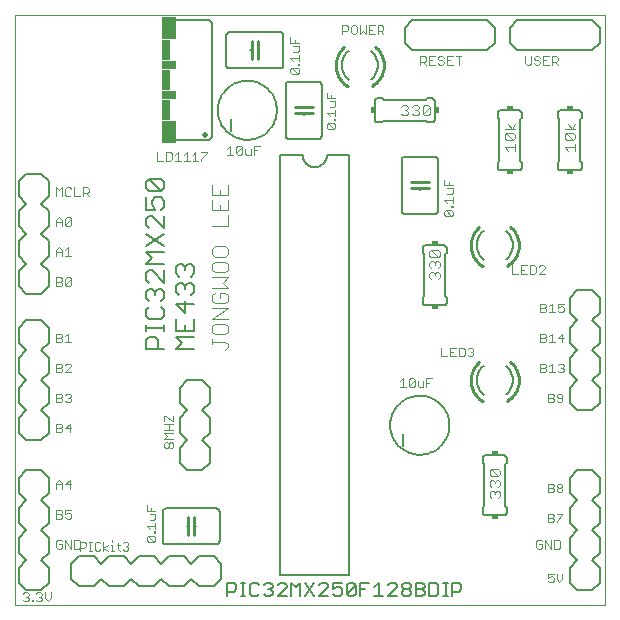
<source format=gto>
G75*
G70*
%OFA0B0*%
%FSLAX24Y24*%
%IPPOS*%
%LPD*%
%AMOC8*
5,1,8,0,0,1.08239X$1,22.5*
%
%ADD10C,0.0000*%
%ADD11C,0.0030*%
%ADD12C,0.0050*%
%ADD13C,0.0040*%
%ADD14C,0.0060*%
%ADD15C,0.0100*%
%ADD16C,0.0080*%
%ADD17C,0.0200*%
%ADD18R,0.0500X0.0750*%
%ADD19R,0.0300X0.0700*%
%ADD20R,0.0500X0.0300*%
%ADD21R,0.0150X0.0200*%
%ADD22R,0.0200X0.0150*%
D10*
X000181Y000685D02*
X000181Y020370D01*
X019866Y020370D01*
X019866Y000685D01*
X000181Y000685D01*
D11*
X000446Y000874D02*
X000495Y000825D01*
X000592Y000825D01*
X000640Y000874D01*
X000640Y000922D01*
X000592Y000970D01*
X000543Y000970D01*
X000592Y000970D02*
X000640Y001019D01*
X000640Y001067D01*
X000592Y001116D01*
X000495Y001116D01*
X000446Y001067D01*
X000741Y000874D02*
X000789Y000874D01*
X000789Y000825D01*
X000741Y000825D01*
X000741Y000874D01*
X000888Y000874D02*
X000937Y000825D01*
X001034Y000825D01*
X001082Y000874D01*
X001082Y000922D01*
X001034Y000970D01*
X000985Y000970D01*
X001034Y000970D02*
X001082Y001019D01*
X001082Y001067D01*
X001034Y001116D01*
X000937Y001116D01*
X000888Y001067D01*
X001183Y001116D02*
X001183Y000922D01*
X001280Y000825D01*
X001376Y000922D01*
X001376Y001116D01*
X001620Y002575D02*
X001717Y002575D01*
X001765Y002624D01*
X001765Y002720D01*
X001668Y002720D01*
X001571Y002624D02*
X001620Y002575D01*
X001571Y002624D02*
X001571Y002817D01*
X001620Y002866D01*
X001717Y002866D01*
X001765Y002817D01*
X001866Y002866D02*
X001866Y002575D01*
X002060Y002575D02*
X001866Y002866D01*
X002060Y002866D02*
X002060Y002575D01*
X002161Y002575D02*
X002306Y002575D01*
X002354Y002624D01*
X002354Y002817D01*
X002306Y002866D01*
X002161Y002866D01*
X002161Y002575D01*
X002353Y002602D02*
X002498Y002602D01*
X002546Y002650D01*
X002546Y002747D01*
X002498Y002796D01*
X002353Y002796D01*
X002353Y002505D01*
X002647Y002505D02*
X002744Y002505D01*
X002696Y002505D02*
X002696Y002796D01*
X002744Y002796D02*
X002647Y002796D01*
X002844Y002747D02*
X002844Y002554D01*
X002892Y002505D01*
X002989Y002505D01*
X003037Y002554D01*
X003138Y002602D02*
X003283Y002699D01*
X003384Y002699D02*
X003432Y002699D01*
X003432Y002505D01*
X003384Y002505D02*
X003481Y002505D01*
X003629Y002554D02*
X003677Y002505D01*
X003629Y002554D02*
X003629Y002747D01*
X003677Y002699D02*
X003580Y002699D01*
X003432Y002796D02*
X003432Y002844D01*
X003138Y002796D02*
X003138Y002505D01*
X003138Y002602D02*
X003283Y002505D01*
X003037Y002747D02*
X002989Y002796D01*
X002892Y002796D01*
X002844Y002747D01*
X002011Y003575D02*
X001914Y003575D01*
X001866Y003624D01*
X001866Y003720D02*
X001963Y003769D01*
X002011Y003769D01*
X002060Y003720D01*
X002060Y003624D01*
X002011Y003575D01*
X001866Y003720D02*
X001866Y003866D01*
X002060Y003866D01*
X001765Y003817D02*
X001765Y003769D01*
X001717Y003720D01*
X001571Y003720D01*
X001571Y003575D02*
X001717Y003575D01*
X001765Y003624D01*
X001765Y003672D01*
X001717Y003720D01*
X001765Y003817D02*
X001717Y003866D01*
X001571Y003866D01*
X001571Y003575D01*
X001571Y004575D02*
X001571Y004769D01*
X001668Y004866D01*
X001765Y004769D01*
X001765Y004575D01*
X001765Y004720D02*
X001571Y004720D01*
X001866Y004720D02*
X002060Y004720D01*
X002011Y004575D02*
X002011Y004866D01*
X001866Y004720D01*
X002011Y006450D02*
X002011Y006741D01*
X001866Y006595D01*
X002060Y006595D01*
X001765Y006547D02*
X001765Y006499D01*
X001717Y006450D01*
X001571Y006450D01*
X001571Y006741D01*
X001717Y006741D01*
X001765Y006692D01*
X001765Y006644D01*
X001717Y006595D01*
X001571Y006595D01*
X001717Y006595D02*
X001765Y006547D01*
X001717Y007450D02*
X001571Y007450D01*
X001571Y007741D01*
X001717Y007741D01*
X001765Y007692D01*
X001765Y007644D01*
X001717Y007595D01*
X001571Y007595D01*
X001717Y007595D02*
X001765Y007547D01*
X001765Y007499D01*
X001717Y007450D01*
X001866Y007499D02*
X001914Y007450D01*
X002011Y007450D01*
X002060Y007499D01*
X002060Y007547D01*
X002011Y007595D01*
X001963Y007595D01*
X002011Y007595D02*
X002060Y007644D01*
X002060Y007692D01*
X002011Y007741D01*
X001914Y007741D01*
X001866Y007692D01*
X001866Y008450D02*
X002060Y008644D01*
X002060Y008692D01*
X002011Y008741D01*
X001914Y008741D01*
X001866Y008692D01*
X001765Y008692D02*
X001765Y008644D01*
X001717Y008595D01*
X001571Y008595D01*
X001571Y008450D02*
X001571Y008741D01*
X001717Y008741D01*
X001765Y008692D01*
X001717Y008595D02*
X001765Y008547D01*
X001765Y008499D01*
X001717Y008450D01*
X001571Y008450D01*
X001866Y008450D02*
X002060Y008450D01*
X002060Y009450D02*
X001866Y009450D01*
X001963Y009450D02*
X001963Y009741D01*
X001866Y009644D01*
X001765Y009644D02*
X001717Y009595D01*
X001571Y009595D01*
X001571Y009450D02*
X001717Y009450D01*
X001765Y009499D01*
X001765Y009547D01*
X001717Y009595D01*
X001765Y009644D02*
X001765Y009692D01*
X001717Y009741D01*
X001571Y009741D01*
X001571Y009450D01*
X001571Y011325D02*
X001717Y011325D01*
X001765Y011374D01*
X001765Y011422D01*
X001717Y011470D01*
X001571Y011470D01*
X001571Y011325D02*
X001571Y011616D01*
X001717Y011616D01*
X001765Y011567D01*
X001765Y011519D01*
X001717Y011470D01*
X001866Y011374D02*
X001866Y011567D01*
X001914Y011616D01*
X002011Y011616D01*
X002060Y011567D01*
X001866Y011374D01*
X001914Y011325D01*
X002011Y011325D01*
X002060Y011374D01*
X002060Y011567D01*
X002060Y012325D02*
X001866Y012325D01*
X001963Y012325D02*
X001963Y012616D01*
X001866Y012519D01*
X001765Y012519D02*
X001668Y012616D01*
X001571Y012519D01*
X001571Y012325D01*
X001571Y012470D02*
X001765Y012470D01*
X001765Y012519D02*
X001765Y012325D01*
X001765Y013325D02*
X001765Y013519D01*
X001668Y013616D01*
X001571Y013519D01*
X001571Y013325D01*
X001571Y013470D02*
X001765Y013470D01*
X001866Y013374D02*
X001914Y013325D01*
X002011Y013325D01*
X002060Y013374D01*
X002060Y013567D01*
X001866Y013374D01*
X001866Y013567D01*
X001914Y013616D01*
X002011Y013616D01*
X002060Y013567D01*
X002011Y014325D02*
X002060Y014374D01*
X002011Y014325D02*
X001914Y014325D01*
X001866Y014374D01*
X001866Y014567D01*
X001914Y014616D01*
X002011Y014616D01*
X002060Y014567D01*
X002161Y014616D02*
X002161Y014325D01*
X002354Y014325D01*
X002455Y014325D02*
X002455Y014616D01*
X002600Y014616D01*
X002649Y014567D01*
X002649Y014470D01*
X002600Y014422D01*
X002455Y014422D01*
X002552Y014422D02*
X002649Y014325D01*
X001765Y014325D02*
X001765Y014616D01*
X001668Y014519D01*
X001571Y014616D01*
X001571Y014325D01*
X004929Y015505D02*
X005122Y015505D01*
X005223Y015505D02*
X005368Y015505D01*
X005417Y015554D01*
X005417Y015747D01*
X005368Y015796D01*
X005223Y015796D01*
X005223Y015505D01*
X004929Y015505D02*
X004929Y015796D01*
X005518Y015699D02*
X005615Y015796D01*
X005615Y015505D01*
X005711Y015505D02*
X005518Y015505D01*
X005812Y015505D02*
X006006Y015505D01*
X005909Y015505D02*
X005909Y015796D01*
X005812Y015699D01*
X006107Y015699D02*
X006204Y015796D01*
X006204Y015505D01*
X006107Y015505D02*
X006301Y015505D01*
X006402Y015505D02*
X006402Y015554D01*
X006595Y015747D01*
X006595Y015796D01*
X006402Y015796D01*
X007268Y015705D02*
X007461Y015705D01*
X007365Y015705D02*
X007365Y015996D01*
X007268Y015899D01*
X007562Y015947D02*
X007562Y015754D01*
X007756Y015947D01*
X007756Y015754D01*
X007708Y015705D01*
X007611Y015705D01*
X007562Y015754D01*
X007562Y015947D02*
X007611Y015996D01*
X007708Y015996D01*
X007756Y015947D01*
X007857Y015899D02*
X007857Y015754D01*
X007905Y015705D01*
X008051Y015705D01*
X008051Y015899D01*
X008152Y015850D02*
X008249Y015850D01*
X008152Y015705D02*
X008152Y015996D01*
X008345Y015996D01*
X010576Y016599D02*
X010576Y016695D01*
X010625Y016744D01*
X010818Y016550D01*
X010866Y016599D01*
X010866Y016695D01*
X010818Y016744D01*
X010625Y016744D01*
X010576Y016599D02*
X010625Y016550D01*
X010818Y016550D01*
X010818Y016845D02*
X010818Y016893D01*
X010866Y016893D01*
X010866Y016845D01*
X010818Y016845D01*
X010866Y016992D02*
X010866Y017186D01*
X010866Y017089D02*
X010576Y017089D01*
X010673Y016992D01*
X010673Y017287D02*
X010818Y017287D01*
X010866Y017335D01*
X010866Y017480D01*
X010673Y017480D01*
X010721Y017582D02*
X010721Y017678D01*
X010576Y017582D02*
X010576Y017775D01*
X010576Y017582D02*
X010866Y017582D01*
X009661Y018448D02*
X009613Y018399D01*
X009420Y018593D01*
X009613Y018593D01*
X009661Y018545D01*
X009661Y018448D01*
X009613Y018399D02*
X009420Y018399D01*
X009371Y018448D01*
X009371Y018545D01*
X009420Y018593D01*
X009613Y018694D02*
X009613Y018742D01*
X009661Y018742D01*
X009661Y018694D01*
X009613Y018694D01*
X009661Y018841D02*
X009661Y019035D01*
X009661Y018938D02*
X009371Y018938D01*
X009468Y018841D01*
X009468Y019136D02*
X009613Y019136D01*
X009661Y019184D01*
X009661Y019330D01*
X009468Y019330D01*
X009516Y019431D02*
X009516Y019527D01*
X009371Y019431D02*
X009371Y019624D01*
X009371Y019431D02*
X009661Y019431D01*
X011098Y019730D02*
X011098Y020021D01*
X011243Y020021D01*
X011292Y019972D01*
X011292Y019875D01*
X011243Y019827D01*
X011098Y019827D01*
X011393Y019779D02*
X011441Y019730D01*
X011538Y019730D01*
X011586Y019779D01*
X011586Y019972D01*
X011538Y020021D01*
X011441Y020021D01*
X011393Y019972D01*
X011393Y019779D01*
X011687Y019730D02*
X011784Y019827D01*
X011881Y019730D01*
X011881Y020021D01*
X011982Y020021D02*
X011982Y019730D01*
X012176Y019730D01*
X012277Y019730D02*
X012277Y020021D01*
X012422Y020021D01*
X012470Y019972D01*
X012470Y019875D01*
X012422Y019827D01*
X012277Y019827D01*
X012374Y019827D02*
X012470Y019730D01*
X012176Y020021D02*
X011982Y020021D01*
X011982Y019875D02*
X012079Y019875D01*
X011687Y019730D02*
X011687Y020021D01*
X013696Y018991D02*
X013696Y018700D01*
X013696Y018797D02*
X013842Y018797D01*
X013890Y018845D01*
X013890Y018942D01*
X013842Y018991D01*
X013696Y018991D01*
X013793Y018797D02*
X013890Y018700D01*
X013991Y018700D02*
X014185Y018700D01*
X014286Y018749D02*
X014334Y018700D01*
X014431Y018700D01*
X014479Y018749D01*
X014479Y018797D01*
X014431Y018845D01*
X014334Y018845D01*
X014286Y018894D01*
X014286Y018942D01*
X014334Y018991D01*
X014431Y018991D01*
X014479Y018942D01*
X014580Y018991D02*
X014580Y018700D01*
X014774Y018700D01*
X014677Y018845D02*
X014580Y018845D01*
X014580Y018991D02*
X014774Y018991D01*
X014875Y018991D02*
X015068Y018991D01*
X014972Y018991D02*
X014972Y018700D01*
X014185Y018991D02*
X013991Y018991D01*
X013991Y018700D01*
X013991Y018845D02*
X014088Y018845D01*
X017196Y018749D02*
X017245Y018700D01*
X017342Y018700D01*
X017390Y018749D01*
X017390Y018991D01*
X017491Y018942D02*
X017491Y018894D01*
X017539Y018845D01*
X017636Y018845D01*
X017685Y018797D01*
X017685Y018749D01*
X017636Y018700D01*
X017539Y018700D01*
X017491Y018749D01*
X017491Y018942D02*
X017539Y018991D01*
X017636Y018991D01*
X017685Y018942D01*
X017786Y018991D02*
X017786Y018700D01*
X017979Y018700D01*
X018080Y018700D02*
X018080Y018991D01*
X018225Y018991D01*
X018274Y018942D01*
X018274Y018845D01*
X018225Y018797D01*
X018080Y018797D01*
X018177Y018797D02*
X018274Y018700D01*
X017979Y018991D02*
X017786Y018991D01*
X017786Y018845D02*
X017882Y018845D01*
X017196Y018749D02*
X017196Y018991D01*
X014496Y014874D02*
X014496Y014681D01*
X014786Y014681D01*
X014786Y014580D02*
X014593Y014580D01*
X014641Y014681D02*
X014641Y014777D01*
X014786Y014580D02*
X014786Y014434D01*
X014738Y014386D01*
X014593Y014386D01*
X014786Y014285D02*
X014786Y014091D01*
X014786Y014188D02*
X014496Y014188D01*
X014593Y014091D01*
X014738Y013992D02*
X014738Y013944D01*
X014786Y013944D01*
X014786Y013992D01*
X014738Y013992D01*
X014738Y013843D02*
X014545Y013843D01*
X014738Y013649D01*
X014786Y013698D01*
X014786Y013795D01*
X014738Y013843D01*
X014545Y013843D02*
X014496Y013795D01*
X014496Y013698D01*
X014545Y013649D01*
X014738Y013649D01*
X016768Y012021D02*
X016768Y011730D01*
X016961Y011730D01*
X017062Y011730D02*
X017256Y011730D01*
X017357Y011730D02*
X017357Y012021D01*
X017502Y012021D01*
X017551Y011972D01*
X017551Y011779D01*
X017502Y011730D01*
X017357Y011730D01*
X017159Y011875D02*
X017062Y011875D01*
X017062Y011730D02*
X017062Y012021D01*
X017256Y012021D01*
X017652Y011972D02*
X017700Y012021D01*
X017797Y012021D01*
X017845Y011972D01*
X017845Y011924D01*
X017652Y011730D01*
X017845Y011730D01*
X017842Y010741D02*
X017696Y010741D01*
X017696Y010450D01*
X017842Y010450D01*
X017890Y010499D01*
X017890Y010547D01*
X017842Y010595D01*
X017696Y010595D01*
X017842Y010595D02*
X017890Y010644D01*
X017890Y010692D01*
X017842Y010741D01*
X017991Y010644D02*
X018088Y010741D01*
X018088Y010450D01*
X017991Y010450D02*
X018185Y010450D01*
X018286Y010499D02*
X018334Y010450D01*
X018431Y010450D01*
X018479Y010499D01*
X018479Y010595D01*
X018431Y010644D01*
X018382Y010644D01*
X018286Y010595D01*
X018286Y010741D01*
X018479Y010741D01*
X018431Y009741D02*
X018286Y009595D01*
X018479Y009595D01*
X018431Y009450D02*
X018431Y009741D01*
X018185Y009450D02*
X017991Y009450D01*
X018088Y009450D02*
X018088Y009741D01*
X017991Y009644D01*
X017890Y009644D02*
X017842Y009595D01*
X017696Y009595D01*
X017696Y009450D02*
X017842Y009450D01*
X017890Y009499D01*
X017890Y009547D01*
X017842Y009595D01*
X017890Y009644D02*
X017890Y009692D01*
X017842Y009741D01*
X017696Y009741D01*
X017696Y009450D01*
X017696Y008741D02*
X017842Y008741D01*
X017890Y008692D01*
X017890Y008644D01*
X017842Y008595D01*
X017696Y008595D01*
X017696Y008450D02*
X017696Y008741D01*
X017842Y008595D02*
X017890Y008547D01*
X017890Y008499D01*
X017842Y008450D01*
X017696Y008450D01*
X017991Y008450D02*
X018185Y008450D01*
X018088Y008450D02*
X018088Y008741D01*
X017991Y008644D01*
X018286Y008692D02*
X018334Y008741D01*
X018431Y008741D01*
X018479Y008692D01*
X018479Y008644D01*
X018431Y008595D01*
X018479Y008547D01*
X018479Y008499D01*
X018431Y008450D01*
X018334Y008450D01*
X018286Y008499D01*
X018382Y008595D02*
X018431Y008595D01*
X018386Y007741D02*
X018289Y007741D01*
X018241Y007692D01*
X018241Y007644D01*
X018289Y007595D01*
X018435Y007595D01*
X018435Y007499D02*
X018435Y007692D01*
X018386Y007741D01*
X018140Y007692D02*
X018140Y007644D01*
X018092Y007595D01*
X017946Y007595D01*
X017946Y007450D02*
X018092Y007450D01*
X018140Y007499D01*
X018140Y007547D01*
X018092Y007595D01*
X018140Y007692D02*
X018092Y007741D01*
X017946Y007741D01*
X017946Y007450D01*
X018241Y007499D02*
X018289Y007450D01*
X018386Y007450D01*
X018435Y007499D01*
X018386Y004741D02*
X018289Y004741D01*
X018241Y004692D01*
X018241Y004644D01*
X018289Y004595D01*
X018386Y004595D01*
X018435Y004547D01*
X018435Y004499D01*
X018386Y004450D01*
X018289Y004450D01*
X018241Y004499D01*
X018241Y004547D01*
X018289Y004595D01*
X018386Y004595D02*
X018435Y004644D01*
X018435Y004692D01*
X018386Y004741D01*
X018140Y004692D02*
X018140Y004644D01*
X018092Y004595D01*
X017946Y004595D01*
X017946Y004450D02*
X017946Y004741D01*
X018092Y004741D01*
X018140Y004692D01*
X018092Y004595D02*
X018140Y004547D01*
X018140Y004499D01*
X018092Y004450D01*
X017946Y004450D01*
X017946Y003741D02*
X018092Y003741D01*
X018140Y003692D01*
X018140Y003644D01*
X018092Y003595D01*
X017946Y003595D01*
X017946Y003450D02*
X017946Y003741D01*
X018092Y003595D02*
X018140Y003547D01*
X018140Y003499D01*
X018092Y003450D01*
X017946Y003450D01*
X018241Y003450D02*
X018241Y003499D01*
X018435Y003692D01*
X018435Y003741D01*
X018241Y003741D01*
X018306Y002866D02*
X018161Y002866D01*
X018161Y002575D01*
X018306Y002575D01*
X018354Y002624D01*
X018354Y002817D01*
X018306Y002866D01*
X018060Y002866D02*
X018060Y002575D01*
X017866Y002866D01*
X017866Y002575D01*
X017765Y002624D02*
X017765Y002720D01*
X017668Y002720D01*
X017571Y002624D02*
X017571Y002817D01*
X017620Y002866D01*
X017717Y002866D01*
X017765Y002817D01*
X017765Y002624D02*
X017717Y002575D01*
X017620Y002575D01*
X017571Y002624D01*
X017946Y001741D02*
X017946Y001595D01*
X018043Y001644D01*
X018092Y001644D01*
X018140Y001595D01*
X018140Y001499D01*
X018092Y001450D01*
X017995Y001450D01*
X017946Y001499D01*
X017946Y001741D02*
X018140Y001741D01*
X018241Y001741D02*
X018241Y001547D01*
X018338Y001450D01*
X018435Y001547D01*
X018435Y001741D01*
X013902Y007955D02*
X013902Y008246D01*
X014095Y008246D01*
X013999Y008100D02*
X013902Y008100D01*
X013801Y008149D02*
X013801Y007955D01*
X013655Y007955D01*
X013607Y008004D01*
X013607Y008149D01*
X013506Y008197D02*
X013312Y008004D01*
X013361Y007955D01*
X013458Y007955D01*
X013506Y008004D01*
X013506Y008197D01*
X013458Y008246D01*
X013361Y008246D01*
X013312Y008197D01*
X013312Y008004D01*
X013211Y007955D02*
X013018Y007955D01*
X013115Y007955D02*
X013115Y008246D01*
X013018Y008149D01*
X014393Y008980D02*
X014586Y008980D01*
X014687Y008980D02*
X014687Y009271D01*
X014881Y009271D01*
X014982Y009271D02*
X015127Y009271D01*
X015176Y009222D01*
X015176Y009029D01*
X015127Y008980D01*
X014982Y008980D01*
X014982Y009271D01*
X014784Y009125D02*
X014687Y009125D01*
X014687Y008980D02*
X014881Y008980D01*
X015277Y009029D02*
X015325Y008980D01*
X015422Y008980D01*
X015470Y009029D01*
X015470Y009077D01*
X015422Y009125D01*
X015374Y009125D01*
X015422Y009125D02*
X015470Y009174D01*
X015470Y009222D01*
X015422Y009271D01*
X015325Y009271D01*
X015277Y009222D01*
X014393Y009271D02*
X014393Y008980D01*
X005456Y007004D02*
X005456Y006811D01*
X005408Y006811D01*
X005215Y007004D01*
X005166Y007004D01*
X005166Y006811D01*
X005166Y006710D02*
X005456Y006710D01*
X005311Y006710D02*
X005311Y006516D01*
X005456Y006516D02*
X005166Y006516D01*
X005166Y006415D02*
X005456Y006415D01*
X005456Y006221D02*
X005166Y006221D01*
X005263Y006318D01*
X005166Y006415D01*
X005215Y006120D02*
X005263Y006120D01*
X005311Y006072D01*
X005311Y005975D01*
X005263Y005927D01*
X005215Y005927D01*
X005166Y005975D01*
X005166Y006072D01*
X005215Y006120D01*
X005311Y006072D02*
X005360Y006120D01*
X005408Y006120D01*
X005456Y006072D01*
X005456Y005975D01*
X005408Y005927D01*
X005360Y005927D01*
X005311Y005975D01*
X004576Y004025D02*
X004576Y003832D01*
X004866Y003832D01*
X004866Y003730D02*
X004673Y003730D01*
X004721Y003832D02*
X004721Y003928D01*
X004866Y003730D02*
X004866Y003585D01*
X004818Y003537D01*
X004673Y003537D01*
X004866Y003436D02*
X004866Y003242D01*
X004866Y003339D02*
X004576Y003339D01*
X004673Y003242D01*
X004818Y003143D02*
X004818Y003095D01*
X004866Y003095D01*
X004866Y003143D01*
X004818Y003143D01*
X004818Y002994D02*
X004625Y002994D01*
X004818Y002800D01*
X004866Y002849D01*
X004866Y002945D01*
X004818Y002994D01*
X004625Y002994D02*
X004576Y002945D01*
X004576Y002849D01*
X004625Y002800D01*
X004818Y002800D01*
X003970Y002747D02*
X003970Y002699D01*
X003922Y002650D01*
X003970Y002602D01*
X003970Y002554D01*
X003922Y002505D01*
X003825Y002505D01*
X003777Y002554D01*
X003873Y002650D02*
X003922Y002650D01*
X003970Y002747D02*
X003922Y002796D01*
X003825Y002796D01*
X003777Y002747D01*
D12*
X007251Y001436D02*
X007251Y000985D01*
X007251Y001135D02*
X007476Y001135D01*
X007552Y001211D01*
X007552Y001361D01*
X007476Y001436D01*
X007251Y001436D01*
X007712Y001436D02*
X007862Y001436D01*
X007787Y001436D02*
X007787Y000985D01*
X007712Y000985D02*
X007862Y000985D01*
X008019Y001060D02*
X008094Y000985D01*
X008244Y000985D01*
X008319Y001060D01*
X008479Y001060D02*
X008554Y000985D01*
X008704Y000985D01*
X008779Y001060D01*
X008779Y001135D01*
X008704Y001211D01*
X008629Y001211D01*
X008704Y001211D02*
X008779Y001286D01*
X008779Y001361D01*
X008704Y001436D01*
X008554Y001436D01*
X008479Y001361D01*
X008319Y001361D02*
X008244Y001436D01*
X008094Y001436D01*
X008019Y001361D01*
X008019Y001060D01*
X008939Y000985D02*
X009239Y001286D01*
X009239Y001361D01*
X009164Y001436D01*
X009014Y001436D01*
X008939Y001361D01*
X008939Y000985D02*
X009239Y000985D01*
X009400Y000985D02*
X009400Y001436D01*
X009550Y001286D01*
X009700Y001436D01*
X009700Y000985D01*
X009860Y000985D02*
X010160Y001436D01*
X010320Y001361D02*
X010395Y001436D01*
X010545Y001436D01*
X010621Y001361D01*
X010621Y001286D01*
X010320Y000985D01*
X010621Y000985D01*
X010781Y001060D02*
X010856Y000985D01*
X011006Y000985D01*
X011081Y001060D01*
X011081Y001211D01*
X011006Y001286D01*
X010931Y001286D01*
X010781Y001211D01*
X010781Y001436D01*
X011081Y001436D01*
X011241Y001361D02*
X011241Y001060D01*
X011541Y001361D01*
X011541Y001060D01*
X011466Y000985D01*
X011316Y000985D01*
X011241Y001060D01*
X011241Y001361D02*
X011316Y001436D01*
X011466Y001436D01*
X011541Y001361D01*
X011701Y001436D02*
X012002Y001436D01*
X012162Y001286D02*
X012312Y001436D01*
X012312Y000985D01*
X012162Y000985D02*
X012462Y000985D01*
X012622Y000985D02*
X012922Y001286D01*
X012922Y001361D01*
X012847Y001436D01*
X012697Y001436D01*
X012622Y001361D01*
X012622Y000985D02*
X012922Y000985D01*
X013082Y001060D02*
X013082Y001135D01*
X013157Y001211D01*
X013308Y001211D01*
X013383Y001135D01*
X013383Y001060D01*
X013308Y000985D01*
X013157Y000985D01*
X013082Y001060D01*
X013157Y001211D02*
X013082Y001286D01*
X013082Y001361D01*
X013157Y001436D01*
X013308Y001436D01*
X013383Y001361D01*
X013383Y001286D01*
X013308Y001211D01*
X013543Y001211D02*
X013768Y001211D01*
X013843Y001135D01*
X013843Y001060D01*
X013768Y000985D01*
X013543Y000985D01*
X013543Y001436D01*
X013768Y001436D01*
X013843Y001361D01*
X013843Y001286D01*
X013768Y001211D01*
X014003Y001436D02*
X014003Y000985D01*
X014228Y000985D01*
X014303Y001060D01*
X014303Y001361D01*
X014228Y001436D01*
X014003Y001436D01*
X014464Y001436D02*
X014614Y001436D01*
X014539Y001436D02*
X014539Y000985D01*
X014464Y000985D02*
X014614Y000985D01*
X014770Y000985D02*
X014770Y001436D01*
X014996Y001436D01*
X015071Y001361D01*
X015071Y001211D01*
X014996Y001135D01*
X014770Y001135D01*
X011851Y001211D02*
X011701Y001211D01*
X011701Y001436D02*
X011701Y000985D01*
X010160Y000985D02*
X009860Y001436D01*
X006156Y009210D02*
X005546Y009210D01*
X005749Y009414D01*
X005546Y009617D01*
X006156Y009617D01*
X006156Y009818D02*
X006156Y010225D01*
X006156Y009818D02*
X005546Y009818D01*
X005546Y010225D01*
X005851Y010426D02*
X005851Y010833D01*
X005648Y011034D02*
X005546Y011135D01*
X005546Y011339D01*
X005648Y011441D01*
X005749Y011441D01*
X005851Y011339D01*
X005953Y011441D01*
X006055Y011441D01*
X006156Y011339D01*
X006156Y011135D01*
X006055Y011034D01*
X005851Y011237D02*
X005851Y011339D01*
X005648Y011641D02*
X005546Y011743D01*
X005546Y011946D01*
X005648Y012048D01*
X005749Y012048D01*
X005851Y011946D01*
X005953Y012048D01*
X006055Y012048D01*
X006156Y011946D01*
X006156Y011743D01*
X006055Y011641D01*
X005851Y011845D02*
X005851Y011946D01*
X005156Y011846D02*
X005156Y011439D01*
X004749Y011846D01*
X004648Y011846D01*
X004546Y011744D01*
X004546Y011540D01*
X004648Y011439D01*
X004648Y011238D02*
X004749Y011238D01*
X004851Y011136D01*
X004953Y011238D01*
X005055Y011238D01*
X005156Y011136D01*
X005156Y010933D01*
X005055Y010831D01*
X005055Y010630D02*
X005156Y010528D01*
X005156Y010325D01*
X005055Y010223D01*
X004648Y010223D01*
X004546Y010325D01*
X004546Y010528D01*
X004648Y010630D01*
X004648Y010831D02*
X004546Y010933D01*
X004546Y011136D01*
X004648Y011238D01*
X004851Y011136D02*
X004851Y011034D01*
X005546Y010731D02*
X005851Y010426D01*
X005851Y010022D02*
X005851Y009818D01*
X005156Y009818D02*
X005156Y010022D01*
X005156Y009920D02*
X004546Y009920D01*
X004546Y009818D02*
X004546Y010022D01*
X004648Y009617D02*
X004851Y009617D01*
X004953Y009516D01*
X004953Y009210D01*
X005156Y009210D02*
X004546Y009210D01*
X004546Y009516D01*
X004648Y009617D01*
X005546Y010731D02*
X006156Y010731D01*
X005156Y012046D02*
X004546Y012046D01*
X004749Y012250D01*
X004546Y012453D01*
X005156Y012453D01*
X005156Y012654D02*
X004546Y013061D01*
X004648Y013262D02*
X004546Y013364D01*
X004546Y013567D01*
X004648Y013669D01*
X004749Y013669D01*
X005156Y013262D01*
X005156Y013669D01*
X005055Y013869D02*
X005156Y013971D01*
X005156Y014175D01*
X005055Y014276D01*
X004851Y014276D01*
X004749Y014175D01*
X004749Y014073D01*
X004851Y013869D01*
X004546Y013869D01*
X004546Y014276D01*
X004648Y014477D02*
X004546Y014579D01*
X004546Y014782D01*
X004648Y014884D01*
X005055Y014477D01*
X005156Y014579D01*
X005156Y014782D01*
X005055Y014884D01*
X004648Y014884D01*
X004648Y014477D02*
X005055Y014477D01*
X005156Y013061D02*
X004546Y012654D01*
D13*
X006766Y012559D02*
X006766Y012386D01*
X006853Y012299D01*
X007200Y012299D01*
X007286Y012386D01*
X007286Y012559D01*
X007200Y012646D01*
X006853Y012646D01*
X006766Y012559D01*
X006853Y012130D02*
X006766Y012044D01*
X006766Y011870D01*
X006853Y011784D01*
X007200Y011784D01*
X007286Y011870D01*
X007286Y012044D01*
X007200Y012130D01*
X006853Y012130D01*
X006766Y011615D02*
X007286Y011615D01*
X007113Y011441D01*
X007286Y011268D01*
X006766Y011268D01*
X006853Y011099D02*
X006766Y011012D01*
X006766Y010839D01*
X006853Y010752D01*
X007200Y010752D01*
X007286Y010839D01*
X007286Y011012D01*
X007200Y011099D01*
X007026Y011099D01*
X007026Y010926D01*
X007286Y010584D02*
X006766Y010584D01*
X006766Y010237D02*
X007286Y010584D01*
X007286Y010237D02*
X006766Y010237D01*
X006853Y010068D02*
X006766Y009981D01*
X006766Y009808D01*
X006853Y009721D01*
X007200Y009721D01*
X007286Y009808D01*
X007286Y009981D01*
X007200Y010068D01*
X006853Y010068D01*
X006766Y009552D02*
X006766Y009379D01*
X006766Y009466D02*
X007200Y009466D01*
X007286Y009379D01*
X007286Y009292D01*
X007200Y009205D01*
X007286Y013330D02*
X006766Y013330D01*
X007286Y013330D02*
X007286Y013677D01*
X007286Y013846D02*
X007286Y014193D01*
X007286Y014362D02*
X007286Y014709D01*
X007026Y014535D02*
X007026Y014362D01*
X006766Y014362D02*
X007286Y014362D01*
X007026Y014019D02*
X007026Y013846D01*
X006766Y013846D02*
X007286Y013846D01*
X006766Y013846D02*
X006766Y014193D01*
X006766Y014362D02*
X006766Y014709D01*
X013061Y017074D02*
X013120Y017015D01*
X013237Y017015D01*
X013295Y017074D01*
X013295Y017132D01*
X013237Y017190D01*
X013178Y017190D01*
X013237Y017190D02*
X013295Y017249D01*
X013295Y017307D01*
X013237Y017366D01*
X013120Y017366D01*
X013061Y017307D01*
X013421Y017307D02*
X013479Y017366D01*
X013596Y017366D01*
X013654Y017307D01*
X013654Y017249D01*
X013596Y017190D01*
X013654Y017132D01*
X013654Y017074D01*
X013596Y017015D01*
X013479Y017015D01*
X013421Y017074D01*
X013537Y017190D02*
X013596Y017190D01*
X013780Y017074D02*
X014013Y017307D01*
X014013Y017074D01*
X013955Y017015D01*
X013838Y017015D01*
X013780Y017074D01*
X013780Y017307D01*
X013838Y017366D01*
X013955Y017366D01*
X014013Y017307D01*
X016511Y016546D02*
X016861Y016546D01*
X016745Y016546D02*
X016628Y016721D01*
X016745Y016546D02*
X016861Y016721D01*
X016803Y016421D02*
X016570Y016421D01*
X016803Y016187D01*
X016861Y016245D01*
X016861Y016362D01*
X016803Y016421D01*
X016570Y016421D02*
X016511Y016362D01*
X016511Y016245D01*
X016570Y016187D01*
X016803Y016187D01*
X016861Y016061D02*
X016861Y015828D01*
X016861Y015945D02*
X016511Y015945D01*
X016628Y015828D01*
X018511Y015945D02*
X018861Y015945D01*
X018861Y016061D02*
X018861Y015828D01*
X018628Y015828D02*
X018511Y015945D01*
X018570Y016187D02*
X018511Y016245D01*
X018511Y016362D01*
X018570Y016421D01*
X018803Y016187D01*
X018861Y016245D01*
X018861Y016362D01*
X018803Y016421D01*
X018570Y016421D01*
X018511Y016546D02*
X018861Y016546D01*
X018745Y016546D02*
X018628Y016721D01*
X018745Y016546D02*
X018861Y016721D01*
X018803Y016187D02*
X018570Y016187D01*
X014351Y012459D02*
X014351Y012342D01*
X014293Y012284D01*
X014060Y012517D01*
X014293Y012517D01*
X014351Y012459D01*
X014293Y012284D02*
X014060Y012284D01*
X014001Y012342D01*
X014001Y012459D01*
X014060Y012517D01*
X014060Y012158D02*
X014118Y012158D01*
X014176Y012100D01*
X014235Y012158D01*
X014293Y012158D01*
X014351Y012100D01*
X014351Y011983D01*
X014293Y011924D01*
X014293Y011799D02*
X014235Y011799D01*
X014176Y011740D01*
X014176Y011682D01*
X014176Y011740D02*
X014118Y011799D01*
X014060Y011799D01*
X014001Y011740D01*
X014001Y011624D01*
X014060Y011565D01*
X014293Y011565D02*
X014351Y011624D01*
X014351Y011740D01*
X014293Y011799D01*
X014060Y011924D02*
X014001Y011983D01*
X014001Y012100D01*
X014060Y012158D01*
X014176Y012100D02*
X014176Y012041D01*
X016070Y005220D02*
X016303Y004986D01*
X016361Y005045D01*
X016361Y005161D01*
X016303Y005220D01*
X016070Y005220D01*
X016011Y005161D01*
X016011Y005045D01*
X016070Y004986D01*
X016303Y004986D01*
X016303Y004861D02*
X016361Y004802D01*
X016361Y004686D01*
X016303Y004627D01*
X016303Y004502D02*
X016245Y004502D01*
X016186Y004443D01*
X016186Y004385D01*
X016186Y004443D02*
X016128Y004502D01*
X016070Y004502D01*
X016011Y004443D01*
X016011Y004326D01*
X016070Y004268D01*
X016303Y004268D02*
X016361Y004326D01*
X016361Y004443D01*
X016303Y004502D01*
X016186Y004744D02*
X016186Y004802D01*
X016245Y004861D01*
X016303Y004861D01*
X016186Y004802D02*
X016128Y004861D01*
X016070Y004861D01*
X016011Y004802D01*
X016011Y004686D01*
X016070Y004627D01*
D14*
X015831Y003985D02*
X015831Y005385D01*
X015781Y005435D01*
X015781Y005585D01*
X015783Y005602D01*
X015787Y005619D01*
X015794Y005635D01*
X015804Y005649D01*
X015817Y005662D01*
X015831Y005672D01*
X015847Y005679D01*
X015864Y005683D01*
X015881Y005685D01*
X016481Y005685D01*
X016498Y005683D01*
X016515Y005679D01*
X016531Y005672D01*
X016545Y005662D01*
X016558Y005649D01*
X016568Y005635D01*
X016575Y005619D01*
X016579Y005602D01*
X016581Y005585D01*
X016581Y005435D01*
X016531Y005385D01*
X016531Y003985D01*
X016581Y003935D01*
X016581Y003785D01*
X016579Y003768D01*
X016575Y003751D01*
X016568Y003735D01*
X016558Y003721D01*
X016545Y003708D01*
X016531Y003698D01*
X016515Y003691D01*
X016498Y003687D01*
X016481Y003685D01*
X015881Y003685D01*
X015864Y003687D01*
X015847Y003691D01*
X015831Y003698D01*
X015817Y003708D01*
X015804Y003721D01*
X015794Y003735D01*
X015787Y003751D01*
X015783Y003768D01*
X015781Y003785D01*
X015781Y003935D01*
X015831Y003985D01*
X016549Y007711D02*
X016584Y007741D01*
X016617Y007772D01*
X016647Y007807D01*
X016674Y007843D01*
X016698Y007881D01*
X016720Y007921D01*
X016738Y007963D01*
X016754Y008006D01*
X016766Y008050D01*
X016774Y008094D01*
X016779Y008140D01*
X016781Y008185D01*
X016779Y008230D01*
X016774Y008276D01*
X016766Y008320D01*
X016754Y008364D01*
X016738Y008407D01*
X016720Y008449D01*
X016698Y008489D01*
X016674Y008527D01*
X016647Y008563D01*
X016617Y008598D01*
X016584Y008629D01*
X016549Y008659D01*
X015581Y008185D02*
X015583Y008139D01*
X015588Y008093D01*
X015597Y008047D01*
X015609Y008002D01*
X015625Y007959D01*
X015644Y007917D01*
X015667Y007876D01*
X015692Y007837D01*
X015720Y007801D01*
X015751Y007766D01*
X015785Y007734D01*
X015821Y007705D01*
X015581Y008185D02*
X015583Y008232D01*
X015589Y008280D01*
X015598Y008326D01*
X015611Y008372D01*
X015627Y008416D01*
X015647Y008460D01*
X015671Y008501D01*
X015697Y008540D01*
X015727Y008577D01*
X015760Y008612D01*
X015795Y008644D01*
X015832Y008673D01*
X014481Y010685D02*
X013881Y010685D01*
X013864Y010687D01*
X013847Y010691D01*
X013831Y010698D01*
X013817Y010708D01*
X013804Y010721D01*
X013794Y010735D01*
X013787Y010751D01*
X013783Y010768D01*
X013781Y010785D01*
X013781Y010935D01*
X013831Y010985D01*
X013831Y012385D01*
X013781Y012435D01*
X013781Y012585D01*
X013783Y012602D01*
X013787Y012619D01*
X013794Y012635D01*
X013804Y012649D01*
X013817Y012662D01*
X013831Y012672D01*
X013847Y012679D01*
X013864Y012683D01*
X013881Y012685D01*
X014481Y012685D01*
X014498Y012683D01*
X014515Y012679D01*
X014531Y012672D01*
X014545Y012662D01*
X014558Y012649D01*
X014568Y012635D01*
X014575Y012619D01*
X014579Y012602D01*
X014581Y012585D01*
X014581Y012435D01*
X014531Y012385D01*
X014531Y010985D01*
X014581Y010935D01*
X014581Y010785D01*
X014579Y010768D01*
X014575Y010751D01*
X014568Y010735D01*
X014558Y010721D01*
X014545Y010708D01*
X014531Y010698D01*
X014515Y010691D01*
X014498Y010687D01*
X014481Y010685D01*
X016549Y012211D02*
X016584Y012241D01*
X016617Y012272D01*
X016647Y012307D01*
X016674Y012343D01*
X016698Y012381D01*
X016720Y012421D01*
X016738Y012463D01*
X016754Y012506D01*
X016766Y012550D01*
X016774Y012594D01*
X016779Y012640D01*
X016781Y012685D01*
X016779Y012730D01*
X016774Y012776D01*
X016766Y012820D01*
X016754Y012864D01*
X016738Y012907D01*
X016720Y012949D01*
X016698Y012989D01*
X016674Y013027D01*
X016647Y013063D01*
X016617Y013098D01*
X016584Y013129D01*
X016549Y013159D01*
X015581Y012685D02*
X015583Y012639D01*
X015588Y012593D01*
X015597Y012547D01*
X015609Y012502D01*
X015625Y012459D01*
X015644Y012417D01*
X015667Y012376D01*
X015692Y012337D01*
X015720Y012301D01*
X015751Y012266D01*
X015785Y012234D01*
X015821Y012205D01*
X015581Y012685D02*
X015583Y012732D01*
X015589Y012780D01*
X015598Y012826D01*
X015611Y012872D01*
X015627Y012916D01*
X015647Y012960D01*
X015671Y013001D01*
X015697Y013040D01*
X015727Y013077D01*
X015760Y013112D01*
X015795Y013144D01*
X015832Y013173D01*
X014281Y013835D02*
X014281Y015535D01*
X014279Y015552D01*
X014275Y015569D01*
X014268Y015585D01*
X014258Y015599D01*
X014245Y015612D01*
X014231Y015622D01*
X014215Y015629D01*
X014198Y015633D01*
X014181Y015635D01*
X013181Y015635D01*
X013164Y015633D01*
X013147Y015629D01*
X013131Y015622D01*
X013117Y015612D01*
X013104Y015599D01*
X013094Y015585D01*
X013087Y015569D01*
X013083Y015552D01*
X013081Y015535D01*
X013081Y013835D01*
X013083Y013818D01*
X013087Y013801D01*
X013094Y013785D01*
X013104Y013771D01*
X013117Y013758D01*
X013131Y013748D01*
X013147Y013741D01*
X013164Y013737D01*
X013181Y013735D01*
X014181Y013735D01*
X014198Y013737D01*
X014215Y013741D01*
X014231Y013748D01*
X014245Y013758D01*
X014258Y013771D01*
X014268Y013785D01*
X014275Y013801D01*
X014279Y013818D01*
X014281Y013835D01*
X013681Y014535D02*
X013681Y014585D01*
X013681Y014785D02*
X013681Y014835D01*
X013931Y016785D02*
X014081Y016785D01*
X014098Y016787D01*
X014115Y016791D01*
X014131Y016798D01*
X014145Y016808D01*
X014158Y016821D01*
X014168Y016835D01*
X014175Y016851D01*
X014179Y016868D01*
X014181Y016885D01*
X014181Y017485D01*
X014179Y017502D01*
X014175Y017519D01*
X014168Y017535D01*
X014158Y017549D01*
X014145Y017562D01*
X014131Y017572D01*
X014115Y017579D01*
X014098Y017583D01*
X014081Y017585D01*
X013931Y017585D01*
X013881Y017535D01*
X012481Y017535D01*
X012431Y017585D01*
X012281Y017585D01*
X012264Y017583D01*
X012247Y017579D01*
X012231Y017572D01*
X012217Y017562D01*
X012204Y017549D01*
X012194Y017535D01*
X012187Y017519D01*
X012183Y017502D01*
X012181Y017485D01*
X012181Y016885D01*
X012183Y016868D01*
X012187Y016851D01*
X012194Y016835D01*
X012204Y016821D01*
X012217Y016808D01*
X012231Y016798D01*
X012247Y016791D01*
X012264Y016787D01*
X012281Y016785D01*
X012431Y016785D01*
X012481Y016835D01*
X013881Y016835D01*
X013931Y016785D01*
X016281Y016935D02*
X016331Y016885D01*
X016331Y015485D01*
X016281Y015435D01*
X016281Y015285D01*
X016283Y015268D01*
X016287Y015251D01*
X016294Y015235D01*
X016304Y015221D01*
X016317Y015208D01*
X016331Y015198D01*
X016347Y015191D01*
X016364Y015187D01*
X016381Y015185D01*
X016981Y015185D01*
X016998Y015187D01*
X017015Y015191D01*
X017031Y015198D01*
X017045Y015208D01*
X017058Y015221D01*
X017068Y015235D01*
X017075Y015251D01*
X017079Y015268D01*
X017081Y015285D01*
X017081Y015435D01*
X017031Y015485D01*
X017031Y016885D01*
X017081Y016935D01*
X017081Y017085D01*
X017079Y017102D01*
X017075Y017119D01*
X017068Y017135D01*
X017058Y017149D01*
X017045Y017162D01*
X017031Y017172D01*
X017015Y017179D01*
X016998Y017183D01*
X016981Y017185D01*
X016381Y017185D01*
X016364Y017183D01*
X016347Y017179D01*
X016331Y017172D01*
X016317Y017162D01*
X016304Y017149D01*
X016294Y017135D01*
X016287Y017119D01*
X016283Y017102D01*
X016281Y017085D01*
X016281Y016935D01*
X018281Y016935D02*
X018331Y016885D01*
X018331Y015485D01*
X018281Y015435D01*
X018281Y015285D01*
X018283Y015268D01*
X018287Y015251D01*
X018294Y015235D01*
X018304Y015221D01*
X018317Y015208D01*
X018331Y015198D01*
X018347Y015191D01*
X018364Y015187D01*
X018381Y015185D01*
X018981Y015185D01*
X018998Y015187D01*
X019015Y015191D01*
X019031Y015198D01*
X019045Y015208D01*
X019058Y015221D01*
X019068Y015235D01*
X019075Y015251D01*
X019079Y015268D01*
X019081Y015285D01*
X019081Y015435D01*
X019031Y015485D01*
X019031Y016885D01*
X019081Y016935D01*
X019081Y017085D01*
X019079Y017102D01*
X019075Y017119D01*
X019068Y017135D01*
X019058Y017149D01*
X019045Y017162D01*
X019031Y017172D01*
X019015Y017179D01*
X018998Y017183D01*
X018981Y017185D01*
X018381Y017185D01*
X018364Y017183D01*
X018347Y017179D01*
X018331Y017172D01*
X018317Y017162D01*
X018304Y017149D01*
X018294Y017135D01*
X018287Y017119D01*
X018283Y017102D01*
X018281Y017085D01*
X018281Y016935D01*
X012281Y018685D02*
X012279Y018640D01*
X012274Y018594D01*
X012266Y018550D01*
X012254Y018506D01*
X012238Y018463D01*
X012220Y018421D01*
X012198Y018381D01*
X012174Y018343D01*
X012147Y018307D01*
X012117Y018272D01*
X012084Y018241D01*
X012049Y018211D01*
X012281Y018685D02*
X012279Y018730D01*
X012274Y018776D01*
X012266Y018820D01*
X012254Y018864D01*
X012238Y018907D01*
X012220Y018949D01*
X012198Y018989D01*
X012174Y019027D01*
X012147Y019063D01*
X012117Y019098D01*
X012084Y019129D01*
X012049Y019159D01*
X011081Y018685D02*
X011083Y018639D01*
X011088Y018593D01*
X011097Y018547D01*
X011109Y018502D01*
X011125Y018459D01*
X011144Y018417D01*
X011167Y018376D01*
X011192Y018337D01*
X011220Y018301D01*
X011251Y018266D01*
X011285Y018234D01*
X011321Y018205D01*
X011081Y018685D02*
X011083Y018732D01*
X011089Y018780D01*
X011098Y018826D01*
X011111Y018872D01*
X011127Y018916D01*
X011147Y018960D01*
X011171Y019001D01*
X011197Y019040D01*
X011227Y019077D01*
X011260Y019112D01*
X011295Y019144D01*
X011332Y019173D01*
X010306Y018135D02*
X009306Y018135D01*
X009289Y018133D01*
X009272Y018129D01*
X009256Y018122D01*
X009242Y018112D01*
X009229Y018099D01*
X009219Y018085D01*
X009212Y018069D01*
X009208Y018052D01*
X009206Y018035D01*
X009206Y016335D01*
X009208Y016318D01*
X009212Y016301D01*
X009219Y016285D01*
X009229Y016271D01*
X009242Y016258D01*
X009256Y016248D01*
X009272Y016241D01*
X009289Y016237D01*
X009306Y016235D01*
X010306Y016235D01*
X010323Y016237D01*
X010340Y016241D01*
X010356Y016248D01*
X010370Y016258D01*
X010383Y016271D01*
X010393Y016285D01*
X010400Y016301D01*
X010404Y016318D01*
X010406Y016335D01*
X010406Y018035D01*
X010404Y018052D01*
X010400Y018069D01*
X010393Y018085D01*
X010383Y018099D01*
X010370Y018112D01*
X010356Y018122D01*
X010340Y018129D01*
X010323Y018133D01*
X010306Y018135D01*
X009806Y017335D02*
X009806Y017285D01*
X009806Y017085D02*
X009806Y017035D01*
X009781Y015685D02*
X009031Y015685D01*
X009031Y001685D01*
X011331Y001685D01*
X011331Y015685D01*
X010581Y015685D01*
X010579Y015646D01*
X010573Y015607D01*
X010564Y015569D01*
X010551Y015532D01*
X010534Y015496D01*
X010514Y015463D01*
X010490Y015431D01*
X010464Y015402D01*
X010435Y015376D01*
X010403Y015352D01*
X010370Y015332D01*
X010334Y015315D01*
X010297Y015302D01*
X010259Y015293D01*
X010220Y015287D01*
X010181Y015285D01*
X010142Y015287D01*
X010103Y015293D01*
X010065Y015302D01*
X010028Y015315D01*
X009992Y015332D01*
X009959Y015352D01*
X009927Y015376D01*
X009898Y015402D01*
X009872Y015431D01*
X009848Y015463D01*
X009828Y015496D01*
X009811Y015532D01*
X009798Y015569D01*
X009789Y015607D01*
X009783Y015646D01*
X009781Y015685D01*
X009031Y018585D02*
X007331Y018585D01*
X007314Y018587D01*
X007297Y018591D01*
X007281Y018598D01*
X007267Y018608D01*
X007254Y018621D01*
X007244Y018635D01*
X007237Y018651D01*
X007233Y018668D01*
X007231Y018685D01*
X007231Y019685D01*
X007233Y019702D01*
X007237Y019719D01*
X007244Y019735D01*
X007254Y019749D01*
X007267Y019762D01*
X007281Y019772D01*
X007297Y019779D01*
X007314Y019783D01*
X007331Y019785D01*
X009031Y019785D01*
X009048Y019783D01*
X009065Y019779D01*
X009081Y019772D01*
X009095Y019762D01*
X009108Y019749D01*
X009118Y019735D01*
X009125Y019719D01*
X009129Y019702D01*
X009131Y019685D01*
X009131Y018685D01*
X009129Y018668D01*
X009125Y018651D01*
X009118Y018635D01*
X009108Y018621D01*
X009095Y018608D01*
X009081Y018598D01*
X009065Y018591D01*
X009048Y018587D01*
X009031Y018585D01*
X008331Y019185D02*
X008281Y019185D01*
X008081Y019185D02*
X008031Y019185D01*
X006756Y020085D02*
X006756Y016285D01*
X006656Y016185D01*
X005506Y016185D01*
X005506Y020185D02*
X006656Y020185D01*
X006756Y020085D01*
X006906Y003910D02*
X005206Y003910D01*
X005189Y003908D01*
X005172Y003904D01*
X005156Y003897D01*
X005142Y003887D01*
X005129Y003874D01*
X005119Y003860D01*
X005112Y003844D01*
X005108Y003827D01*
X005106Y003810D01*
X005106Y002810D01*
X005108Y002793D01*
X005112Y002776D01*
X005119Y002760D01*
X005129Y002746D01*
X005142Y002733D01*
X005156Y002723D01*
X005172Y002716D01*
X005189Y002712D01*
X005206Y002710D01*
X006906Y002710D01*
X006923Y002712D01*
X006940Y002716D01*
X006956Y002723D01*
X006970Y002733D01*
X006983Y002746D01*
X006993Y002760D01*
X007000Y002776D01*
X007004Y002793D01*
X007006Y002810D01*
X007006Y003810D01*
X007004Y003827D01*
X007000Y003844D01*
X006993Y003860D01*
X006983Y003874D01*
X006970Y003887D01*
X006956Y003897D01*
X006940Y003904D01*
X006923Y003908D01*
X006906Y003910D01*
X006206Y003310D02*
X006156Y003310D01*
X005956Y003310D02*
X005906Y003310D01*
D15*
X005956Y003310D02*
X005956Y003010D01*
X006156Y003010D02*
X006156Y003310D01*
X006156Y003610D01*
X005956Y003610D02*
X005956Y003310D01*
X016578Y007490D02*
X016626Y007520D01*
X016671Y007553D01*
X016714Y007589D01*
X016755Y007627D01*
X016792Y007669D01*
X016827Y007713D01*
X016858Y007759D01*
X016887Y007808D01*
X016911Y007858D01*
X016932Y007910D01*
X016950Y007964D01*
X016963Y008018D01*
X016973Y008073D01*
X016979Y008129D01*
X016981Y008185D01*
X016979Y008238D01*
X016974Y008292D01*
X016965Y008344D01*
X016953Y008396D01*
X016937Y008447D01*
X016918Y008497D01*
X016895Y008546D01*
X016869Y008593D01*
X016841Y008638D01*
X016809Y008681D01*
X016775Y008721D01*
X016737Y008760D01*
X016698Y008796D01*
X015381Y008185D02*
X015383Y008131D01*
X015388Y008077D01*
X015397Y008024D01*
X015410Y007971D01*
X015426Y007920D01*
X015446Y007870D01*
X015469Y007821D01*
X015495Y007773D01*
X015524Y007728D01*
X015557Y007685D01*
X015592Y007644D01*
X015630Y007605D01*
X015670Y007569D01*
X015713Y007536D01*
X015758Y007506D01*
X015805Y007479D01*
X015381Y008185D02*
X015383Y008239D01*
X015388Y008292D01*
X015397Y008346D01*
X015410Y008398D01*
X015426Y008449D01*
X015446Y008500D01*
X015468Y008549D01*
X015494Y008596D01*
X015524Y008641D01*
X015556Y008684D01*
X015591Y008725D01*
X015629Y008764D01*
X015669Y008800D01*
X016578Y011990D02*
X016626Y012020D01*
X016671Y012053D01*
X016714Y012089D01*
X016755Y012127D01*
X016792Y012169D01*
X016827Y012213D01*
X016858Y012259D01*
X016887Y012308D01*
X016911Y012358D01*
X016932Y012410D01*
X016950Y012464D01*
X016963Y012518D01*
X016973Y012573D01*
X016979Y012629D01*
X016981Y012685D01*
X016979Y012738D01*
X016974Y012792D01*
X016965Y012844D01*
X016953Y012896D01*
X016937Y012947D01*
X016918Y012997D01*
X016895Y013046D01*
X016869Y013093D01*
X016841Y013138D01*
X016809Y013181D01*
X016775Y013221D01*
X016737Y013260D01*
X016698Y013296D01*
X015381Y012685D02*
X015383Y012631D01*
X015388Y012577D01*
X015397Y012524D01*
X015410Y012471D01*
X015426Y012420D01*
X015446Y012370D01*
X015469Y012321D01*
X015495Y012273D01*
X015524Y012228D01*
X015557Y012185D01*
X015592Y012144D01*
X015630Y012105D01*
X015670Y012069D01*
X015713Y012036D01*
X015758Y012006D01*
X015805Y011979D01*
X015381Y012685D02*
X015383Y012739D01*
X015388Y012792D01*
X015397Y012846D01*
X015410Y012898D01*
X015426Y012949D01*
X015446Y013000D01*
X015468Y013049D01*
X015494Y013096D01*
X015524Y013141D01*
X015556Y013184D01*
X015591Y013225D01*
X015629Y013264D01*
X015669Y013300D01*
X013981Y014585D02*
X013681Y014585D01*
X013381Y014585D01*
X013381Y014785D02*
X013681Y014785D01*
X013981Y014785D01*
X010106Y017085D02*
X009806Y017085D01*
X009506Y017085D01*
X009506Y017285D02*
X009806Y017285D01*
X010106Y017285D01*
X012078Y017990D02*
X012126Y018020D01*
X012171Y018053D01*
X012214Y018089D01*
X012255Y018127D01*
X012292Y018169D01*
X012327Y018213D01*
X012358Y018259D01*
X012387Y018308D01*
X012411Y018358D01*
X012432Y018410D01*
X012450Y018464D01*
X012463Y018518D01*
X012473Y018573D01*
X012479Y018629D01*
X012481Y018685D01*
X012479Y018738D01*
X012474Y018792D01*
X012465Y018844D01*
X012453Y018896D01*
X012437Y018947D01*
X012418Y018997D01*
X012395Y019046D01*
X012369Y019093D01*
X012341Y019138D01*
X012309Y019181D01*
X012275Y019221D01*
X012237Y019260D01*
X012198Y019296D01*
X010881Y018685D02*
X010883Y018631D01*
X010888Y018577D01*
X010897Y018524D01*
X010910Y018471D01*
X010926Y018420D01*
X010946Y018370D01*
X010969Y018321D01*
X010995Y018273D01*
X011024Y018228D01*
X011057Y018185D01*
X011092Y018144D01*
X011130Y018105D01*
X011170Y018069D01*
X011213Y018036D01*
X011258Y018006D01*
X011305Y017979D01*
X010881Y018685D02*
X010883Y018739D01*
X010888Y018792D01*
X010897Y018846D01*
X010910Y018898D01*
X010926Y018949D01*
X010946Y019000D01*
X010968Y019049D01*
X010994Y019096D01*
X011024Y019141D01*
X011056Y019184D01*
X011091Y019225D01*
X011129Y019264D01*
X011169Y019300D01*
X008281Y019185D02*
X008281Y018885D01*
X008081Y018885D02*
X008081Y019185D01*
X008081Y019485D01*
X008281Y019485D02*
X008281Y019185D01*
D16*
X006947Y017185D02*
X006949Y017247D01*
X006955Y017310D01*
X006965Y017371D01*
X006979Y017432D01*
X006996Y017492D01*
X007017Y017551D01*
X007043Y017608D01*
X007071Y017663D01*
X007103Y017717D01*
X007139Y017768D01*
X007177Y017818D01*
X007219Y017864D01*
X007263Y017908D01*
X007311Y017949D01*
X007360Y017987D01*
X007412Y018021D01*
X007466Y018052D01*
X007522Y018080D01*
X007580Y018104D01*
X007639Y018125D01*
X007699Y018141D01*
X007760Y018154D01*
X007822Y018163D01*
X007884Y018168D01*
X007947Y018169D01*
X008009Y018166D01*
X008071Y018159D01*
X008133Y018148D01*
X008193Y018133D01*
X008253Y018115D01*
X008311Y018093D01*
X008368Y018067D01*
X008423Y018037D01*
X008476Y018004D01*
X008527Y017968D01*
X008575Y017929D01*
X008621Y017886D01*
X008664Y017841D01*
X008704Y017793D01*
X008741Y017743D01*
X008775Y017690D01*
X008806Y017636D01*
X008832Y017580D01*
X008856Y017522D01*
X008875Y017462D01*
X008891Y017402D01*
X008903Y017340D01*
X008911Y017279D01*
X008915Y017216D01*
X008915Y017154D01*
X008911Y017091D01*
X008903Y017030D01*
X008891Y016968D01*
X008875Y016908D01*
X008856Y016848D01*
X008832Y016790D01*
X008806Y016734D01*
X008775Y016680D01*
X008741Y016627D01*
X008704Y016577D01*
X008664Y016529D01*
X008621Y016484D01*
X008575Y016441D01*
X008527Y016402D01*
X008476Y016366D01*
X008423Y016333D01*
X008368Y016303D01*
X008311Y016277D01*
X008253Y016255D01*
X008193Y016237D01*
X008133Y016222D01*
X008071Y016211D01*
X008009Y016204D01*
X007947Y016201D01*
X007884Y016202D01*
X007822Y016207D01*
X007760Y016216D01*
X007699Y016229D01*
X007639Y016245D01*
X007580Y016266D01*
X007522Y016290D01*
X007466Y016318D01*
X007412Y016349D01*
X007360Y016383D01*
X007311Y016421D01*
X007263Y016462D01*
X007219Y016506D01*
X007177Y016552D01*
X007139Y016602D01*
X007103Y016653D01*
X007071Y016707D01*
X007043Y016762D01*
X007017Y016819D01*
X006996Y016878D01*
X006979Y016938D01*
X006965Y016999D01*
X006955Y017060D01*
X006949Y017123D01*
X006947Y017185D01*
X007381Y016885D02*
X007381Y016485D01*
X013181Y019435D02*
X013431Y019185D01*
X013931Y019185D01*
X014931Y019185D01*
X015431Y019185D01*
X015931Y019185D01*
X016181Y019435D01*
X016181Y019935D01*
X015931Y020185D01*
X015431Y020185D01*
X014431Y020185D01*
X013931Y020185D01*
X013431Y020185D01*
X013181Y019935D01*
X013181Y019435D01*
X016681Y019435D02*
X016931Y019185D01*
X017431Y019185D01*
X018431Y019185D01*
X018931Y019185D01*
X019431Y019185D01*
X019681Y019435D01*
X019681Y019935D01*
X019431Y020185D01*
X018931Y020185D01*
X017931Y020185D01*
X017431Y020185D01*
X016931Y020185D01*
X016681Y019935D01*
X016681Y019435D01*
X018931Y011185D02*
X018681Y010935D01*
X018681Y010435D01*
X018931Y010185D01*
X018681Y009935D01*
X018681Y009435D01*
X018931Y009185D01*
X018681Y008935D01*
X018681Y008435D01*
X018931Y008185D01*
X018681Y007935D01*
X018681Y007435D01*
X018931Y007185D01*
X019431Y007185D01*
X019681Y007435D01*
X019681Y007935D01*
X019431Y008185D01*
X019681Y008435D01*
X019681Y008935D01*
X019431Y009185D01*
X019681Y009435D01*
X019681Y009935D01*
X019431Y010185D01*
X019681Y010435D01*
X019681Y010935D01*
X019431Y011185D01*
X018931Y011185D01*
X012697Y006685D02*
X012699Y006747D01*
X012705Y006810D01*
X012715Y006871D01*
X012729Y006932D01*
X012746Y006992D01*
X012767Y007051D01*
X012793Y007108D01*
X012821Y007163D01*
X012853Y007217D01*
X012889Y007268D01*
X012927Y007318D01*
X012969Y007364D01*
X013013Y007408D01*
X013061Y007449D01*
X013110Y007487D01*
X013162Y007521D01*
X013216Y007552D01*
X013272Y007580D01*
X013330Y007604D01*
X013389Y007625D01*
X013449Y007641D01*
X013510Y007654D01*
X013572Y007663D01*
X013634Y007668D01*
X013697Y007669D01*
X013759Y007666D01*
X013821Y007659D01*
X013883Y007648D01*
X013943Y007633D01*
X014003Y007615D01*
X014061Y007593D01*
X014118Y007567D01*
X014173Y007537D01*
X014226Y007504D01*
X014277Y007468D01*
X014325Y007429D01*
X014371Y007386D01*
X014414Y007341D01*
X014454Y007293D01*
X014491Y007243D01*
X014525Y007190D01*
X014556Y007136D01*
X014582Y007080D01*
X014606Y007022D01*
X014625Y006962D01*
X014641Y006902D01*
X014653Y006840D01*
X014661Y006779D01*
X014665Y006716D01*
X014665Y006654D01*
X014661Y006591D01*
X014653Y006530D01*
X014641Y006468D01*
X014625Y006408D01*
X014606Y006348D01*
X014582Y006290D01*
X014556Y006234D01*
X014525Y006180D01*
X014491Y006127D01*
X014454Y006077D01*
X014414Y006029D01*
X014371Y005984D01*
X014325Y005941D01*
X014277Y005902D01*
X014226Y005866D01*
X014173Y005833D01*
X014118Y005803D01*
X014061Y005777D01*
X014003Y005755D01*
X013943Y005737D01*
X013883Y005722D01*
X013821Y005711D01*
X013759Y005704D01*
X013697Y005701D01*
X013634Y005702D01*
X013572Y005707D01*
X013510Y005716D01*
X013449Y005729D01*
X013389Y005745D01*
X013330Y005766D01*
X013272Y005790D01*
X013216Y005818D01*
X013162Y005849D01*
X013110Y005883D01*
X013061Y005921D01*
X013013Y005962D01*
X012969Y006006D01*
X012927Y006052D01*
X012889Y006102D01*
X012853Y006153D01*
X012821Y006207D01*
X012793Y006262D01*
X012767Y006319D01*
X012746Y006378D01*
X012729Y006438D01*
X012715Y006499D01*
X012705Y006560D01*
X012699Y006623D01*
X012697Y006685D01*
X013131Y006385D02*
X013131Y005985D01*
X018681Y004935D02*
X018681Y004435D01*
X018931Y004185D01*
X018681Y003935D01*
X018681Y003435D01*
X018931Y003185D01*
X018681Y002935D01*
X018681Y002435D01*
X018931Y002185D01*
X018681Y001935D01*
X018681Y001435D01*
X018931Y001185D01*
X019431Y001185D01*
X019681Y001435D01*
X019681Y001935D01*
X019431Y002185D01*
X019681Y002435D01*
X019681Y002935D01*
X019431Y003185D01*
X019681Y003435D01*
X019681Y003935D01*
X019431Y004185D01*
X019681Y004435D01*
X019681Y004935D01*
X019431Y005185D01*
X018931Y005185D01*
X018681Y004935D01*
X007056Y002060D02*
X007056Y001560D01*
X006806Y001310D01*
X006306Y001310D01*
X006056Y001560D01*
X005806Y001310D01*
X005306Y001310D01*
X005056Y001560D01*
X004806Y001310D01*
X004306Y001310D01*
X004056Y001560D01*
X003806Y001310D01*
X003306Y001310D01*
X003056Y001560D01*
X002806Y001310D01*
X002306Y001310D01*
X002056Y001560D01*
X002056Y002060D01*
X002306Y002310D01*
X002806Y002310D01*
X003056Y002060D01*
X003306Y002310D01*
X003806Y002310D01*
X004056Y002060D01*
X004306Y002310D01*
X004806Y002310D01*
X005056Y002060D01*
X005306Y002310D01*
X005806Y002310D01*
X006056Y002060D01*
X006306Y002310D01*
X006806Y002310D01*
X007056Y002060D01*
X006431Y005185D02*
X005931Y005185D01*
X005681Y005435D01*
X005681Y005935D01*
X005931Y006185D01*
X005681Y006435D01*
X005681Y006935D01*
X005931Y007185D01*
X005681Y007435D01*
X005681Y007935D01*
X005931Y008185D01*
X006431Y008185D01*
X006681Y007935D01*
X006681Y007435D01*
X006431Y007185D01*
X006681Y006935D01*
X006681Y006435D01*
X006431Y006185D01*
X006681Y005935D01*
X006681Y005435D01*
X006431Y005185D01*
X001306Y004935D02*
X001306Y004435D01*
X001056Y004185D01*
X001306Y003935D01*
X001306Y003435D01*
X001056Y003185D01*
X001306Y002935D01*
X001306Y002435D01*
X001056Y002185D01*
X001306Y001935D01*
X001306Y001435D01*
X001056Y001185D01*
X000556Y001185D01*
X000306Y001435D01*
X000306Y001935D01*
X000556Y002185D01*
X000306Y002435D01*
X000306Y002935D01*
X000556Y003185D01*
X000306Y003435D01*
X000306Y003935D01*
X000556Y004185D01*
X000306Y004435D01*
X000306Y004935D01*
X000556Y005185D01*
X001056Y005185D01*
X001306Y004935D01*
X001056Y006185D02*
X000556Y006185D01*
X000306Y006435D01*
X000306Y006935D01*
X000556Y007185D01*
X000306Y007435D01*
X000306Y007935D01*
X000556Y008185D01*
X000306Y008435D01*
X000306Y008935D01*
X000556Y009185D01*
X000306Y009435D01*
X000306Y009935D01*
X000556Y010185D01*
X001056Y010185D01*
X001306Y009935D01*
X001306Y009435D01*
X001056Y009185D01*
X001306Y008935D01*
X001306Y008435D01*
X001056Y008185D01*
X001306Y007935D01*
X001306Y007435D01*
X001056Y007185D01*
X001306Y006935D01*
X001306Y006435D01*
X001056Y006185D01*
X001056Y011060D02*
X000556Y011060D01*
X000306Y011310D01*
X000306Y011810D01*
X000556Y012060D01*
X000306Y012310D01*
X000306Y012810D01*
X000556Y013060D01*
X000306Y013310D01*
X000306Y013810D01*
X000556Y014060D01*
X000306Y014310D01*
X000306Y014810D01*
X000556Y015060D01*
X001056Y015060D01*
X001306Y014810D01*
X001306Y014310D01*
X001056Y014060D01*
X001306Y013810D01*
X001306Y013310D01*
X001056Y013060D01*
X001306Y012810D01*
X001306Y012310D01*
X001056Y012060D01*
X001306Y011810D01*
X001306Y011310D01*
X001056Y011060D01*
D17*
X006516Y016365D03*
D18*
X005306Y016460D03*
X005306Y019910D03*
D19*
X005206Y019185D03*
X005206Y018185D03*
X005206Y017185D03*
D20*
X005306Y017685D03*
X005306Y018685D03*
D21*
X012106Y017185D03*
X014256Y017185D03*
D22*
X016681Y017260D03*
X018681Y017260D03*
X018681Y015110D03*
X016681Y015110D03*
X014181Y012760D03*
X014181Y010610D03*
X016181Y005760D03*
X016181Y003610D03*
M02*

</source>
